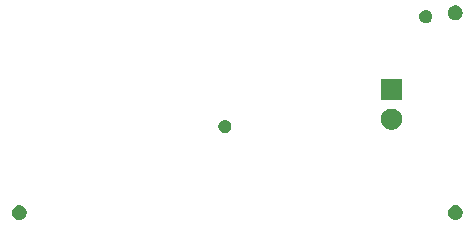
<source format=gbr>
G04 #@! TF.GenerationSoftware,KiCad,Pcbnew,(5.1.5-0-10_14)*
G04 #@! TF.CreationDate,2020-05-14T00:27:54+02:00*
G04 #@! TF.ProjectId,final,66696e61-6c2e-46b6-9963-61645f706362,rev?*
G04 #@! TF.SameCoordinates,Original*
G04 #@! TF.FileFunction,Soldermask,Bot*
G04 #@! TF.FilePolarity,Negative*
%FSLAX46Y46*%
G04 Gerber Fmt 4.6, Leading zero omitted, Abs format (unit mm)*
G04 Created by KiCad (PCBNEW (5.1.5-0-10_14)) date 2020-05-14 00:27:54*
%MOMM*%
%LPD*%
G04 APERTURE LIST*
%ADD10C,0.100000*%
G04 APERTURE END LIST*
D10*
G36*
X58632321Y-30885047D02*
G01*
X58692889Y-30897095D01*
X58749943Y-30920728D01*
X58806997Y-30944360D01*
X58909687Y-31012975D01*
X58997025Y-31100313D01*
X59065640Y-31203003D01*
X59112905Y-31317112D01*
X59137000Y-31438245D01*
X59137000Y-31561755D01*
X59112905Y-31682888D01*
X59065640Y-31796997D01*
X58997025Y-31899687D01*
X58909687Y-31987025D01*
X58806997Y-32055640D01*
X58749942Y-32079273D01*
X58692889Y-32102905D01*
X58632321Y-32114953D01*
X58571755Y-32127000D01*
X58448245Y-32127000D01*
X58387679Y-32114953D01*
X58327111Y-32102905D01*
X58270058Y-32079273D01*
X58213003Y-32055640D01*
X58110313Y-31987025D01*
X58022975Y-31899687D01*
X57954360Y-31796997D01*
X57907095Y-31682888D01*
X57883000Y-31561755D01*
X57883000Y-31438245D01*
X57907095Y-31317112D01*
X57954360Y-31203003D01*
X58022975Y-31100313D01*
X58110313Y-31012975D01*
X58213003Y-30944360D01*
X58270057Y-30920728D01*
X58327111Y-30897095D01*
X58387679Y-30885047D01*
X58448245Y-30873000D01*
X58571755Y-30873000D01*
X58632321Y-30885047D01*
G37*
G36*
X21712321Y-30885047D02*
G01*
X21772889Y-30897095D01*
X21829943Y-30920728D01*
X21886997Y-30944360D01*
X21989687Y-31012975D01*
X22077025Y-31100313D01*
X22145640Y-31203003D01*
X22192905Y-31317112D01*
X22217000Y-31438245D01*
X22217000Y-31561755D01*
X22192905Y-31682888D01*
X22145640Y-31796997D01*
X22077025Y-31899687D01*
X21989687Y-31987025D01*
X21886997Y-32055640D01*
X21829942Y-32079273D01*
X21772889Y-32102905D01*
X21712321Y-32114953D01*
X21651755Y-32127000D01*
X21528245Y-32127000D01*
X21467679Y-32114953D01*
X21407111Y-32102905D01*
X21350058Y-32079273D01*
X21293003Y-32055640D01*
X21190313Y-31987025D01*
X21102975Y-31899687D01*
X21034360Y-31796997D01*
X20987095Y-31682888D01*
X20963000Y-31561755D01*
X20963000Y-31438245D01*
X20987095Y-31317112D01*
X21034360Y-31203003D01*
X21102975Y-31100313D01*
X21190313Y-31012975D01*
X21293003Y-30944360D01*
X21350057Y-30920728D01*
X21407111Y-30897095D01*
X21467679Y-30885047D01*
X21528245Y-30873000D01*
X21651755Y-30873000D01*
X21712321Y-30885047D01*
G37*
G36*
X39160721Y-23670174D02*
G01*
X39260995Y-23711709D01*
X39260996Y-23711710D01*
X39351242Y-23772010D01*
X39427990Y-23848758D01*
X39458345Y-23894188D01*
X39488291Y-23939005D01*
X39529826Y-24039279D01*
X39551000Y-24145730D01*
X39551000Y-24254270D01*
X39529826Y-24360721D01*
X39488291Y-24460995D01*
X39488290Y-24460996D01*
X39427990Y-24551242D01*
X39351242Y-24627990D01*
X39305812Y-24658345D01*
X39260995Y-24688291D01*
X39160721Y-24729826D01*
X39054270Y-24751000D01*
X38945730Y-24751000D01*
X38839279Y-24729826D01*
X38739005Y-24688291D01*
X38694188Y-24658345D01*
X38648758Y-24627990D01*
X38572010Y-24551242D01*
X38511710Y-24460996D01*
X38511709Y-24460995D01*
X38470174Y-24360721D01*
X38449000Y-24254270D01*
X38449000Y-24145730D01*
X38470174Y-24039279D01*
X38511709Y-23939005D01*
X38541655Y-23894188D01*
X38572010Y-23848758D01*
X38648758Y-23772010D01*
X38739004Y-23711710D01*
X38739005Y-23711709D01*
X38839279Y-23670174D01*
X38945730Y-23649000D01*
X39054270Y-23649000D01*
X39160721Y-23670174D01*
G37*
G36*
X53213512Y-22693927D02*
G01*
X53362812Y-22723624D01*
X53526784Y-22791544D01*
X53674354Y-22890147D01*
X53799853Y-23015646D01*
X53898456Y-23163216D01*
X53966376Y-23327188D01*
X54001000Y-23501259D01*
X54001000Y-23678741D01*
X53966376Y-23852812D01*
X53898456Y-24016784D01*
X53799853Y-24164354D01*
X53674354Y-24289853D01*
X53526784Y-24388456D01*
X53362812Y-24456376D01*
X53213512Y-24486073D01*
X53188742Y-24491000D01*
X53011258Y-24491000D01*
X52986488Y-24486073D01*
X52837188Y-24456376D01*
X52673216Y-24388456D01*
X52525646Y-24289853D01*
X52400147Y-24164354D01*
X52301544Y-24016784D01*
X52233624Y-23852812D01*
X52199000Y-23678741D01*
X52199000Y-23501259D01*
X52233624Y-23327188D01*
X52301544Y-23163216D01*
X52400147Y-23015646D01*
X52525646Y-22890147D01*
X52673216Y-22791544D01*
X52837188Y-22723624D01*
X52986488Y-22693927D01*
X53011258Y-22689000D01*
X53188742Y-22689000D01*
X53213512Y-22693927D01*
G37*
G36*
X54001000Y-21951000D02*
G01*
X52199000Y-21951000D01*
X52199000Y-20149000D01*
X54001000Y-20149000D01*
X54001000Y-21951000D01*
G37*
G36*
X56160721Y-14370174D02*
G01*
X56260995Y-14411709D01*
X56260996Y-14411710D01*
X56351242Y-14472010D01*
X56427990Y-14548758D01*
X56427991Y-14548760D01*
X56488291Y-14639005D01*
X56529826Y-14739279D01*
X56551000Y-14845730D01*
X56551000Y-14954270D01*
X56529826Y-15060721D01*
X56488291Y-15160995D01*
X56488290Y-15160996D01*
X56427990Y-15251242D01*
X56351242Y-15327990D01*
X56305812Y-15358345D01*
X56260995Y-15388291D01*
X56160721Y-15429826D01*
X56054270Y-15451000D01*
X55945730Y-15451000D01*
X55839279Y-15429826D01*
X55739005Y-15388291D01*
X55694188Y-15358345D01*
X55648758Y-15327990D01*
X55572010Y-15251242D01*
X55511710Y-15160996D01*
X55511709Y-15160995D01*
X55470174Y-15060721D01*
X55449000Y-14954270D01*
X55449000Y-14845730D01*
X55470174Y-14739279D01*
X55511709Y-14639005D01*
X55572009Y-14548760D01*
X55572010Y-14548758D01*
X55648758Y-14472010D01*
X55739004Y-14411710D01*
X55739005Y-14411709D01*
X55839279Y-14370174D01*
X55945730Y-14349000D01*
X56054270Y-14349000D01*
X56160721Y-14370174D01*
G37*
G36*
X58622322Y-13965048D02*
G01*
X58682889Y-13977095D01*
X58739942Y-14000727D01*
X58796997Y-14024360D01*
X58899687Y-14092975D01*
X58987025Y-14180313D01*
X59055640Y-14283003D01*
X59055640Y-14283004D01*
X59091748Y-14370175D01*
X59102905Y-14397112D01*
X59127000Y-14518245D01*
X59127000Y-14641755D01*
X59102905Y-14762888D01*
X59055640Y-14876997D01*
X58987025Y-14979687D01*
X58899687Y-15067025D01*
X58796997Y-15135640D01*
X58739943Y-15159272D01*
X58682889Y-15182905D01*
X58622322Y-15194952D01*
X58561755Y-15207000D01*
X58438245Y-15207000D01*
X58377678Y-15194952D01*
X58317111Y-15182905D01*
X58260057Y-15159272D01*
X58203003Y-15135640D01*
X58100313Y-15067025D01*
X58012975Y-14979687D01*
X57944360Y-14876997D01*
X57897095Y-14762888D01*
X57873000Y-14641755D01*
X57873000Y-14518245D01*
X57897095Y-14397112D01*
X57908253Y-14370175D01*
X57944360Y-14283004D01*
X57944360Y-14283003D01*
X58012975Y-14180313D01*
X58100313Y-14092975D01*
X58203003Y-14024360D01*
X58260057Y-14000728D01*
X58317111Y-13977095D01*
X58377678Y-13965048D01*
X58438245Y-13953000D01*
X58561755Y-13953000D01*
X58622322Y-13965048D01*
G37*
M02*

</source>
